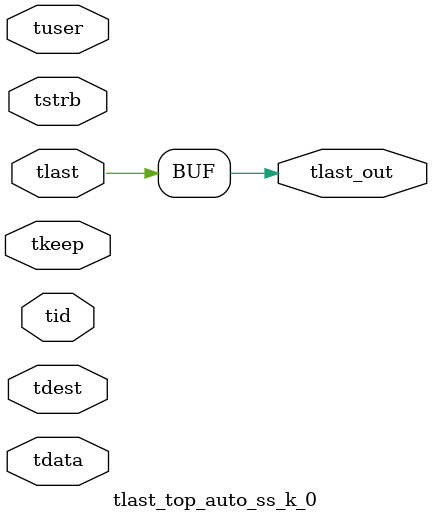
<source format=v>


`timescale 1ps/1ps

module tlast_top_auto_ss_k_0 #
(
parameter C_S_AXIS_TID_WIDTH   = 1,
parameter C_S_AXIS_TUSER_WIDTH = 0,
parameter C_S_AXIS_TDATA_WIDTH = 0,
parameter C_S_AXIS_TDEST_WIDTH = 0
)
(
input  [(C_S_AXIS_TID_WIDTH   == 0 ? 1 : C_S_AXIS_TID_WIDTH)-1:0       ] tid,
input  [(C_S_AXIS_TDATA_WIDTH == 0 ? 1 : C_S_AXIS_TDATA_WIDTH)-1:0     ] tdata,
input  [(C_S_AXIS_TUSER_WIDTH == 0 ? 1 : C_S_AXIS_TUSER_WIDTH)-1:0     ] tuser,
input  [(C_S_AXIS_TDEST_WIDTH == 0 ? 1 : C_S_AXIS_TDEST_WIDTH)-1:0     ] tdest,
input  [(C_S_AXIS_TDATA_WIDTH/8)-1:0 ] tkeep,
input  [(C_S_AXIS_TDATA_WIDTH/8)-1:0 ] tstrb,
input  [0:0]                                                             tlast,
output                                                                   tlast_out
);

assign tlast_out = {tlast[0]};

endmodule


</source>
